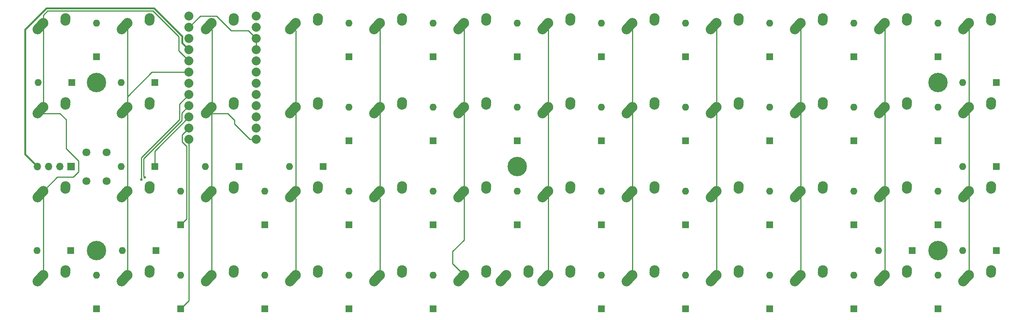
<source format=gtl>
G04 #@! TF.GenerationSoftware,KiCad,Pcbnew,(6.0.0)*
G04 #@! TF.CreationDate,2022-02-06T23:40:04-05:00*
G04 #@! TF.ProjectId,Contra,436f6e74-7261-42e6-9b69-6361645f7063,rev?*
G04 #@! TF.SameCoordinates,Original*
G04 #@! TF.FileFunction,Copper,L1,Top*
G04 #@! TF.FilePolarity,Positive*
%FSLAX46Y46*%
G04 Gerber Fmt 4.6, Leading zero omitted, Abs format (unit mm)*
G04 Created by KiCad (PCBNEW (6.0.0)) date 2022-02-06 23:40:04*
%MOMM*%
%LPD*%
G01*
G04 APERTURE LIST*
G04 Aperture macros list*
%AMHorizOval*
0 Thick line with rounded ends*
0 $1 width*
0 $2 $3 position (X,Y) of the first rounded end (center of the circle)*
0 $4 $5 position (X,Y) of the second rounded end (center of the circle)*
0 Add line between two ends*
20,1,$1,$2,$3,$4,$5,0*
0 Add two circle primitives to create the rounded ends*
1,1,$1,$2,$3*
1,1,$1,$4,$5*%
G04 Aperture macros list end*
G04 #@! TA.AperFunction,ComponentPad*
%ADD10C,2.250000*%
G04 #@! TD*
G04 #@! TA.AperFunction,ComponentPad*
%ADD11HorizOval,2.250000X0.655001X0.730000X-0.655001X-0.730000X0*%
G04 #@! TD*
G04 #@! TA.AperFunction,ComponentPad*
%ADD12HorizOval,2.250000X0.020000X0.290000X-0.020000X-0.290000X0*%
G04 #@! TD*
G04 #@! TA.AperFunction,ComponentPad*
%ADD13C,0.700000*%
G04 #@! TD*
G04 #@! TA.AperFunction,ComponentPad*
%ADD14C,4.400000*%
G04 #@! TD*
G04 #@! TA.AperFunction,ComponentPad*
%ADD15R,1.600000X1.600000*%
G04 #@! TD*
G04 #@! TA.AperFunction,ComponentPad*
%ADD16O,1.600000X1.600000*%
G04 #@! TD*
G04 #@! TA.AperFunction,ComponentPad*
%ADD17R,1.700000X1.700000*%
G04 #@! TD*
G04 #@! TA.AperFunction,ComponentPad*
%ADD18O,1.700000X1.700000*%
G04 #@! TD*
G04 #@! TA.AperFunction,ComponentPad*
%ADD19C,2.032000*%
G04 #@! TD*
G04 #@! TA.AperFunction,ComponentPad*
%ADD20C,1.800000*%
G04 #@! TD*
G04 #@! TA.AperFunction,ViaPad*
%ADD21C,0.600000*%
G04 #@! TD*
G04 #@! TA.AperFunction,Conductor*
%ADD22C,0.250000*%
G04 #@! TD*
G04 #@! TA.AperFunction,Conductor*
%ADD23C,0.381000*%
G04 #@! TD*
G04 APERTURE END LIST*
D10*
X35600000Y-34100000D03*
D11*
X34945001Y-34830000D03*
D12*
X40620000Y-33310000D03*
D10*
X40640000Y-33020000D03*
X54650000Y-34100000D03*
D11*
X53995001Y-34830000D03*
D10*
X59690000Y-33020000D03*
D12*
X59670000Y-33310000D03*
D10*
X73700000Y-34100000D03*
D11*
X73045001Y-34830000D03*
D12*
X78720000Y-33310000D03*
D10*
X78740000Y-33020000D03*
D11*
X92095001Y-34830000D03*
D10*
X92750000Y-34100000D03*
D12*
X97770000Y-33310000D03*
D10*
X97790000Y-33020000D03*
X111800000Y-34100000D03*
D11*
X111145001Y-34830000D03*
D10*
X116840000Y-33020000D03*
D12*
X116820000Y-33310000D03*
D10*
X130850000Y-34100000D03*
D11*
X130195001Y-34830000D03*
D12*
X135870000Y-33310000D03*
D10*
X135890000Y-33020000D03*
D11*
X149245001Y-34830000D03*
D10*
X149900000Y-34100000D03*
X154940000Y-33020000D03*
D12*
X154920000Y-33310000D03*
D10*
X168950000Y-34100000D03*
D11*
X168295001Y-34830000D03*
D12*
X173970000Y-33310000D03*
D10*
X173990000Y-33020000D03*
X188000000Y-34100000D03*
D11*
X187345001Y-34830000D03*
D10*
X193040000Y-33020000D03*
D12*
X193020000Y-33310000D03*
D11*
X206395001Y-34830000D03*
D10*
X207050000Y-34100000D03*
D12*
X212070000Y-33310000D03*
D10*
X212090000Y-33020000D03*
D11*
X225445001Y-34830000D03*
D10*
X226100000Y-34100000D03*
X231140000Y-33020000D03*
D12*
X231120000Y-33310000D03*
D11*
X244495001Y-34830000D03*
D10*
X245150000Y-34100000D03*
D12*
X250170000Y-33310000D03*
D10*
X250190000Y-33020000D03*
D11*
X34945001Y-53880000D03*
D10*
X35600000Y-53150000D03*
X40640000Y-52070000D03*
D12*
X40620000Y-52360000D03*
D10*
X54650000Y-53150000D03*
D11*
X53995001Y-53880000D03*
D12*
X59670000Y-52360000D03*
D10*
X59690000Y-52070000D03*
D11*
X73045001Y-53880000D03*
D10*
X73700000Y-53150000D03*
D12*
X78720000Y-52360000D03*
D10*
X78740000Y-52070000D03*
X92750000Y-53150000D03*
D11*
X92095001Y-53880000D03*
D12*
X97770000Y-52360000D03*
D10*
X97790000Y-52070000D03*
D11*
X111145001Y-53880000D03*
D10*
X111800000Y-53150000D03*
X116840000Y-52070000D03*
D12*
X116820000Y-52360000D03*
D10*
X130850000Y-53150000D03*
D11*
X130195001Y-53880000D03*
D12*
X135870000Y-52360000D03*
D10*
X135890000Y-52070000D03*
X149900000Y-53150000D03*
D11*
X149245001Y-53880000D03*
D12*
X154920000Y-52360000D03*
D10*
X154940000Y-52070000D03*
X168950000Y-53150000D03*
D11*
X168295001Y-53880000D03*
D10*
X173990000Y-52070000D03*
D12*
X173970000Y-52360000D03*
D11*
X187345001Y-53880000D03*
D10*
X188000000Y-53150000D03*
X193040000Y-52070000D03*
D12*
X193020000Y-52360000D03*
D10*
X207050000Y-53150000D03*
D11*
X206395001Y-53880000D03*
D12*
X212070000Y-52360000D03*
D10*
X212090000Y-52070000D03*
X226100000Y-53150000D03*
D11*
X225445001Y-53880000D03*
D10*
X231140000Y-52070000D03*
D12*
X231120000Y-52360000D03*
D10*
X245150000Y-53150000D03*
D11*
X244495001Y-53880000D03*
D12*
X250170000Y-52360000D03*
D10*
X250190000Y-52070000D03*
X35600000Y-72200000D03*
D11*
X34945001Y-72930000D03*
D10*
X40640000Y-71120000D03*
D12*
X40620000Y-71410000D03*
D11*
X53995001Y-72930000D03*
D10*
X54650000Y-72200000D03*
X59690000Y-71120000D03*
D12*
X59670000Y-71410000D03*
D10*
X73700000Y-72200000D03*
D11*
X73045001Y-72930000D03*
D10*
X78740000Y-71120000D03*
D12*
X78720000Y-71410000D03*
D11*
X92095001Y-72930000D03*
D10*
X92750000Y-72200000D03*
X97790000Y-71120000D03*
D12*
X97770000Y-71410000D03*
D10*
X111800000Y-72200000D03*
D11*
X111145001Y-72930000D03*
D12*
X116820000Y-71410000D03*
D10*
X116840000Y-71120000D03*
X130850000Y-72200000D03*
D11*
X130195001Y-72930000D03*
D12*
X135870000Y-71410000D03*
D10*
X135890000Y-71120000D03*
X149900000Y-72200000D03*
D11*
X149245001Y-72930000D03*
D10*
X154940000Y-71120000D03*
D12*
X154920000Y-71410000D03*
D10*
X168950000Y-72200000D03*
D11*
X168295001Y-72930000D03*
D10*
X173990000Y-71120000D03*
D12*
X173970000Y-71410000D03*
D10*
X188000000Y-72200000D03*
D11*
X187345001Y-72930000D03*
D12*
X193020000Y-71410000D03*
D10*
X193040000Y-71120000D03*
D11*
X206395001Y-72930000D03*
D10*
X207050000Y-72200000D03*
D12*
X212070000Y-71410000D03*
D10*
X212090000Y-71120000D03*
X226100000Y-72200000D03*
D11*
X225445001Y-72930000D03*
D10*
X231140000Y-71120000D03*
D12*
X231120000Y-71410000D03*
D10*
X245150000Y-72200000D03*
D11*
X244495001Y-72930000D03*
D12*
X250170000Y-71410000D03*
D10*
X250190000Y-71120000D03*
D11*
X34945001Y-91980000D03*
D10*
X35600000Y-91250000D03*
X40640000Y-90170000D03*
D12*
X40620000Y-90460000D03*
D11*
X53995001Y-91980000D03*
D10*
X54650000Y-91250000D03*
X59690000Y-90170000D03*
D12*
X59670000Y-90460000D03*
D10*
X73700000Y-91250000D03*
D11*
X73045001Y-91980000D03*
D10*
X78740000Y-90170000D03*
D12*
X78720000Y-90460000D03*
D11*
X92095001Y-91980000D03*
D10*
X92750000Y-91250000D03*
X97790000Y-90170000D03*
D12*
X97770000Y-90460000D03*
D10*
X111800000Y-91250000D03*
D11*
X111145001Y-91980000D03*
D12*
X116820000Y-90460000D03*
D10*
X116840000Y-90170000D03*
D11*
X130195001Y-91980000D03*
D10*
X130850000Y-91250000D03*
X135890000Y-90170000D03*
D12*
X135870000Y-90460000D03*
D10*
X149900000Y-91250000D03*
D11*
X149245001Y-91980000D03*
D12*
X154920000Y-90460000D03*
D10*
X154940000Y-90170000D03*
X168950000Y-91250000D03*
D11*
X168295001Y-91980000D03*
D12*
X173970000Y-90460000D03*
D10*
X173990000Y-90170000D03*
D11*
X187345001Y-91980000D03*
D10*
X188000000Y-91250000D03*
D12*
X193020000Y-90460000D03*
D10*
X193040000Y-90170000D03*
X207050000Y-91250000D03*
D11*
X206395001Y-91980000D03*
D12*
X212070000Y-90460000D03*
D10*
X212090000Y-90170000D03*
D11*
X225445001Y-91980000D03*
D10*
X226100000Y-91250000D03*
X231140000Y-90170000D03*
D12*
X231120000Y-90460000D03*
D10*
X245150000Y-91250000D03*
D11*
X244495001Y-91980000D03*
D12*
X250170000Y-90460000D03*
D10*
X250190000Y-90170000D03*
D11*
X139720001Y-91980000D03*
D10*
X140375000Y-91250000D03*
X145415000Y-90170000D03*
D12*
X145395000Y-90460000D03*
D13*
X236958274Y-86891726D03*
X239775000Y-85725000D03*
X239291726Y-84558274D03*
X236958274Y-84558274D03*
X236475000Y-85725000D03*
X238125000Y-87375000D03*
X239291726Y-86891726D03*
X238125000Y-84075000D03*
D14*
X238125000Y-85725000D03*
D13*
X238125000Y-49275000D03*
X236958274Y-46458274D03*
D14*
X238125000Y-47625000D03*
D13*
X236475000Y-47625000D03*
X239291726Y-46458274D03*
X239291726Y-48791726D03*
X239775000Y-47625000D03*
X236958274Y-48791726D03*
X238125000Y-45975000D03*
X141225000Y-66675000D03*
X141708274Y-65508274D03*
X144041726Y-65508274D03*
X144525000Y-66675000D03*
X144041726Y-67841726D03*
X142875000Y-65025000D03*
X142875000Y-68325000D03*
X141708274Y-67841726D03*
D14*
X142875000Y-66675000D03*
D13*
X49275000Y-47625000D03*
X46458274Y-48791726D03*
X48791726Y-46458274D03*
X45975000Y-47625000D03*
X46458274Y-46458274D03*
X47625000Y-49275000D03*
X47625000Y-45975000D03*
X48791726Y-48791726D03*
D14*
X47625000Y-47625000D03*
D13*
X48791726Y-86891726D03*
X49275000Y-85725000D03*
X45975000Y-85725000D03*
D14*
X47625000Y-85725000D03*
D13*
X47625000Y-87375000D03*
X46458274Y-86891726D03*
X47625000Y-84075000D03*
X46458274Y-84558274D03*
X48791726Y-84558274D03*
D15*
X47625000Y-41751250D03*
D16*
X47625000Y-34131250D03*
D15*
X60801250Y-47625000D03*
D16*
X53181250Y-47625000D03*
D15*
X79851250Y-66675000D03*
D16*
X72231250Y-66675000D03*
D15*
X104775000Y-41751250D03*
D16*
X104775000Y-34131250D03*
D15*
X123825000Y-41751250D03*
D16*
X123825000Y-34131250D03*
D15*
X142875000Y-41751250D03*
D16*
X142875000Y-34131250D03*
D15*
X161925000Y-41751250D03*
D16*
X161925000Y-34131250D03*
D15*
X180975000Y-41751250D03*
D16*
X180975000Y-34131250D03*
D15*
X200025000Y-41751250D03*
D16*
X200025000Y-34131250D03*
D15*
X219075000Y-41751250D03*
D16*
X219075000Y-34131250D03*
D15*
X238125000Y-41751250D03*
D16*
X238125000Y-34131250D03*
D15*
X251301250Y-47625000D03*
D16*
X243681250Y-47625000D03*
D15*
X42068750Y-47625000D03*
D16*
X34448750Y-47625000D03*
D15*
X60801250Y-66675000D03*
D16*
X53181250Y-66675000D03*
D15*
X98901250Y-66675000D03*
D16*
X91281250Y-66675000D03*
D15*
X104775000Y-60801250D03*
D16*
X104775000Y-53181250D03*
D15*
X123825000Y-60801250D03*
D16*
X123825000Y-53181250D03*
D15*
X142875000Y-60801250D03*
D16*
X142875000Y-53181250D03*
D15*
X161925000Y-60801250D03*
D16*
X161925000Y-53181250D03*
D15*
X180975000Y-60801250D03*
D16*
X180975000Y-53181250D03*
D15*
X200025000Y-60801250D03*
D16*
X200025000Y-53181250D03*
D15*
X219075000Y-60801250D03*
D16*
X219075000Y-53181250D03*
D15*
X238125000Y-60801250D03*
D16*
X238125000Y-53181250D03*
D15*
X251301250Y-66675000D03*
D16*
X243681250Y-66675000D03*
D15*
X61118750Y-85725000D03*
D16*
X53498750Y-85725000D03*
D15*
X66675000Y-79851250D03*
D16*
X66675000Y-72231250D03*
D15*
X85725000Y-79851250D03*
D16*
X85725000Y-72231250D03*
D15*
X104775000Y-79851250D03*
D16*
X104775000Y-72231250D03*
D15*
X123825000Y-79851250D03*
D16*
X123825000Y-72231250D03*
D15*
X142875000Y-79851250D03*
D16*
X142875000Y-72231250D03*
D15*
X161925000Y-79851250D03*
D16*
X161925000Y-72231250D03*
D15*
X180975000Y-79851250D03*
D16*
X180975000Y-72231250D03*
D15*
X200025000Y-79851250D03*
D16*
X200025000Y-72231250D03*
D15*
X219075000Y-79851250D03*
D16*
X219075000Y-72231250D03*
D15*
X232251250Y-85725000D03*
D16*
X224631250Y-85725000D03*
D15*
X238125000Y-79851250D03*
D16*
X238125000Y-72231250D03*
D15*
X41751250Y-85725000D03*
D16*
X34131250Y-85725000D03*
D15*
X47625000Y-98901250D03*
D16*
X47625000Y-91281250D03*
D15*
X66675000Y-98901250D03*
D16*
X66675000Y-91281250D03*
D15*
X85725000Y-98901250D03*
D16*
X85725000Y-91281250D03*
D15*
X104775000Y-98901250D03*
D16*
X104775000Y-91281250D03*
D15*
X123825000Y-98901250D03*
D16*
X123825000Y-91281250D03*
D15*
X161925000Y-98901250D03*
D16*
X161925000Y-91281250D03*
D15*
X180975000Y-98901250D03*
D16*
X180975000Y-91281250D03*
D15*
X200025000Y-98901250D03*
D16*
X200025000Y-91281250D03*
D15*
X219075000Y-98901250D03*
D16*
X219075000Y-91281250D03*
D15*
X238125000Y-98901250D03*
D16*
X238125000Y-91281250D03*
D15*
X251301250Y-85725000D03*
D16*
X243681250Y-85725000D03*
D17*
X41910000Y-66675000D03*
D18*
X39370000Y-66675000D03*
X36830000Y-66675000D03*
X34290000Y-66675000D03*
D19*
X83820000Y-32543750D03*
X83820000Y-35083750D03*
X83820000Y-37623750D03*
X83820000Y-40163750D03*
X83820000Y-42703750D03*
X83820000Y-45243750D03*
X83820000Y-47783750D03*
X83820000Y-50323750D03*
X83820000Y-52863750D03*
X83820000Y-55403750D03*
X83820000Y-57943750D03*
X83820000Y-60483750D03*
X68580000Y-60483750D03*
X68580000Y-57943750D03*
X68580000Y-55403750D03*
X68580000Y-52863750D03*
X68580000Y-50323750D03*
X68580000Y-47783750D03*
X68580000Y-45243750D03*
X68580000Y-42703750D03*
X68580000Y-40163750D03*
X68580000Y-37623750D03*
X68580000Y-35083750D03*
X68580000Y-32543750D03*
D20*
X49875000Y-63425000D03*
X45375000Y-69925000D03*
X45375000Y-63425000D03*
X49875000Y-69925000D03*
D21*
X57785000Y-69596000D03*
X58547000Y-69088000D03*
D22*
X68580000Y-55403750D02*
X60801250Y-63182500D01*
X60801250Y-63182500D02*
X60801250Y-66675000D01*
X68072000Y-62103000D02*
X68072000Y-78454250D01*
X67056000Y-59467750D02*
X67056000Y-61087000D01*
X67056000Y-61087000D02*
X68072000Y-62103000D01*
X68580000Y-57943750D02*
X67056000Y-59467750D01*
X68072000Y-78454250D02*
X66675000Y-79851250D01*
X68580000Y-96996250D02*
X66675000Y-98901250D01*
X68580000Y-60483750D02*
X68580000Y-96996250D01*
X35600000Y-39031974D02*
X35600000Y-53150000D01*
X64827990Y-35744990D02*
X60452000Y-31369000D01*
X43561000Y-65405000D02*
X40767000Y-62611000D01*
X42354500Y-69024500D02*
X43561000Y-67818000D01*
X68580000Y-42703750D02*
X66292590Y-40416340D01*
X39370000Y-54610000D02*
X40767000Y-56007000D01*
X35600000Y-72200000D02*
X38775500Y-69024500D01*
X60452000Y-31369000D02*
X36576000Y-31369000D01*
X64827991Y-35746401D02*
X64827990Y-35744990D01*
X36576000Y-31369000D02*
X35600000Y-32345000D01*
X40767000Y-56007000D02*
X40767000Y-62611000D01*
X35600000Y-32345000D02*
X35600000Y-34100000D01*
X66292590Y-37211000D02*
X64827991Y-35746401D01*
X34290000Y-54610000D02*
X39370000Y-54610000D01*
X43561000Y-67818000D02*
X43561000Y-65405000D01*
X35600000Y-34100000D02*
X35600000Y-39031974D01*
X38775500Y-69024500D02*
X42354500Y-69024500D01*
X35600000Y-72200000D02*
X35600000Y-91250000D01*
X66292590Y-40416340D02*
X66292590Y-37211000D01*
X54650000Y-34100000D02*
X54650000Y-47821252D01*
X54650000Y-51181000D02*
X54650000Y-53150000D01*
X68580000Y-45243750D02*
X60166250Y-45243750D01*
X54650000Y-72200000D02*
X54650000Y-73790990D01*
X60166250Y-45243750D02*
X54650000Y-50760000D01*
X54650000Y-53150000D02*
X54650000Y-72200000D01*
X54650000Y-73790990D02*
X54650000Y-91250000D01*
X54650000Y-47821252D02*
X54650000Y-51181000D01*
X54650000Y-50760000D02*
X54650000Y-51181000D01*
X78867000Y-56134000D02*
X78867000Y-57023000D01*
X77343000Y-54610000D02*
X78867000Y-56134000D01*
X73787000Y-53063000D02*
X73700000Y-53150000D01*
X82327750Y-60483750D02*
X78867000Y-57023000D01*
X83820000Y-60483750D02*
X82327750Y-60483750D01*
X72390000Y-54610000D02*
X77343000Y-54610000D01*
X73700000Y-53150000D02*
X73700000Y-72200000D01*
X73787000Y-35687000D02*
X72517000Y-35687000D01*
X73787000Y-51054000D02*
X73787000Y-35687000D01*
X73700000Y-72200000D02*
X73700000Y-91250000D01*
X72517000Y-35687000D02*
X72390000Y-35560000D01*
X73787000Y-51054000D02*
X73787000Y-53063000D01*
X92750000Y-72350000D02*
X91440000Y-73660000D01*
X92456000Y-35560000D02*
X91440000Y-35560000D01*
X92750000Y-35854000D02*
X92456000Y-35560000D01*
X92456000Y-73660000D02*
X91440000Y-73660000D01*
X92750000Y-73954000D02*
X92456000Y-73660000D01*
X92750000Y-53150000D02*
X92750000Y-72350000D01*
X92750000Y-53150000D02*
X92750000Y-35854000D01*
X92750000Y-91250000D02*
X92750000Y-73954000D01*
X111506000Y-73660000D02*
X110490000Y-73660000D01*
X111800000Y-72350000D02*
X110490000Y-73660000D01*
X111800000Y-91250000D02*
X111800000Y-73954000D01*
X111800000Y-73954000D02*
X111506000Y-73660000D01*
X111800000Y-53150000D02*
X111800000Y-72350000D01*
X111800000Y-53150000D02*
X111800000Y-34100000D01*
X128270000Y-85852000D02*
X130850000Y-83272000D01*
X130850000Y-91250000D02*
X128270000Y-88670000D01*
X128270000Y-88670000D02*
X128270000Y-85852000D01*
X130850000Y-83272000D02*
X130850000Y-82931000D01*
X130850000Y-34100000D02*
X130850000Y-53150000D01*
X130850000Y-82931000D02*
X130850000Y-72200000D01*
X130850000Y-53150000D02*
X130850000Y-72200000D01*
X149900000Y-89659010D02*
X149900000Y-72200000D01*
X149900000Y-72200000D02*
X149900000Y-53150000D01*
X149900000Y-91250000D02*
X149900000Y-89659010D01*
X149900000Y-34100000D02*
X149900000Y-53150000D01*
X168950000Y-70609010D02*
X168950000Y-53150000D01*
X168950000Y-91250000D02*
X168950000Y-89659010D01*
X168950000Y-72200000D02*
X168950000Y-70609010D01*
X168950000Y-89659010D02*
X168950000Y-72200000D01*
X168950000Y-37168026D02*
X168950000Y-34100000D01*
X168950000Y-53150000D02*
X168950000Y-37168026D01*
X188000000Y-34100000D02*
X188000000Y-53150000D01*
X188000000Y-72200000D02*
X188000000Y-91250000D01*
X188000000Y-53150000D02*
X188000000Y-72200000D01*
X207050000Y-91250000D02*
X207050000Y-72200000D01*
X207050000Y-53150000D02*
X207050000Y-34100000D01*
X207050000Y-72200000D02*
X207050000Y-70609010D01*
X207050000Y-70609010D02*
X207050000Y-53150000D01*
X226100000Y-34100000D02*
X226100000Y-53150000D01*
X226100000Y-53150000D02*
X226100000Y-54740990D01*
X226100000Y-72200000D02*
X226100000Y-91400000D01*
X226100000Y-54740990D02*
X226100000Y-72200000D01*
X226100000Y-91400000D02*
X224790000Y-92710000D01*
X245150000Y-53150000D02*
X245150000Y-72200000D01*
X245150000Y-34100000D02*
X245150000Y-35690990D01*
X245150000Y-73790990D02*
X245150000Y-91250000D01*
X245150000Y-35690990D02*
X245150000Y-53150000D01*
X245150000Y-72200000D02*
X245150000Y-73790990D01*
X81977349Y-35781099D02*
X78072099Y-35781099D01*
X78072099Y-35781099D02*
X74803000Y-32512000D01*
X74803000Y-32512000D02*
X71151750Y-32512000D01*
X83820000Y-37623750D02*
X83820000Y-40163750D01*
X83820000Y-37623750D02*
X81977349Y-35781099D01*
X71151750Y-32512000D02*
X68580000Y-35083750D01*
D23*
X60706000Y-30734000D02*
X36322000Y-30734000D01*
X67024250Y-37052250D02*
X60706000Y-30734000D01*
X31496000Y-63881000D02*
X34290000Y-66675000D01*
X31496000Y-35560000D02*
X31496000Y-60325000D01*
X31496000Y-60325000D02*
X31496000Y-63881000D01*
X67024250Y-38608000D02*
X67024250Y-37052250D01*
X36322000Y-30734000D02*
X31496000Y-35560000D01*
X68580000Y-40163750D02*
X67024250Y-38608000D01*
D22*
X57785000Y-64643000D02*
X57785000Y-68199000D01*
X57785000Y-68199000D02*
X57785000Y-69596000D01*
X66421000Y-56007000D02*
X57785000Y-64643000D01*
X66421000Y-52482750D02*
X66421000Y-56007000D01*
X68580000Y-50323750D02*
X66421000Y-52482750D01*
X58293000Y-68834000D02*
X58547000Y-69088000D01*
X66929000Y-56261000D02*
X58293000Y-64897000D01*
X66929000Y-54514750D02*
X66929000Y-56261000D01*
X58293000Y-64897000D02*
X58293000Y-68834000D01*
X68580000Y-52863750D02*
X66929000Y-54514750D01*
M02*

</source>
